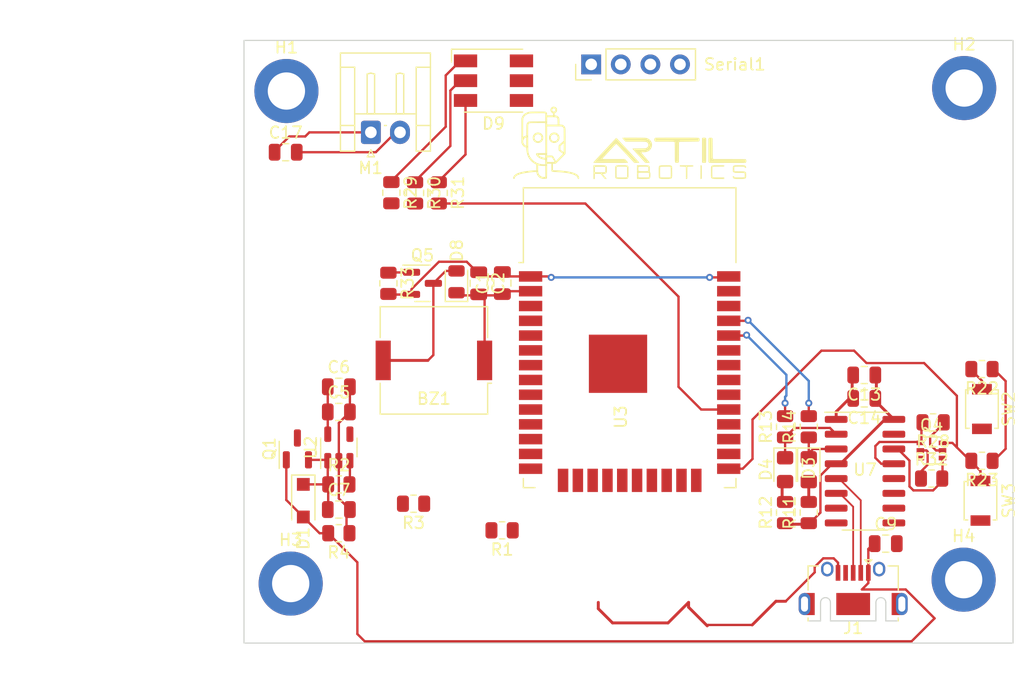
<source format=kicad_pcb>
(kicad_pcb (version 20211014) (generator pcbnew)
  (layers (0 "F.Cu" signal "Top") (31 "B.Cu" signal "Bottom") (34 "B.Paste" user) (35 "F.Paste" user) (36 "B.SilkS" user "B.Silkscreen") (37 "F.SilkS" user "F.Silkscreen") (38 "B.Mask" user) (39 "F.Mask" user) (44 "Edge.Cuts" user))
  (net 0 "")
  (net 1 "GND")
  (net 2 "+3V3")
  (net 3 "Net-(BZ1-Pad2)")
  (net 4 "+BATT")
  (net 5 "VBUS")
  (net 6 "/A01")
  (net 7 "/A02")
  (net 8 "Net-(D3-Pad1)")
  (net 9 "Net-(D3-Pad2)")
  (net 10 "Net-(D4-Pad1)")
  (net 11 "Net-(D4-Pad2)")
  (net 12 "/IO1")
  (net 13 "/IO2")
  (net 14 "/IO3")
  (net 15 "Net-(D9-Pad1)")
  (net 16 "Net-(D9-Pad2)")
  (net 17 "Net-(D9-Pad3)")
  (net 18 "/D+")
  (net 19 "/D-")
  (net 20 "RTS")
  (net 21 "Net-(Q4-Pad2)")
  (net 22 "Boot")
  (net 23 "DTR")
  (net 24 "Net-(Q4-Pad5)")
  (net 25 "EN")
  (net 26 "/Buzzer")
  (net 27 "/BM")
  (net 28 "Net-(R2-Pad2)")
  (net 29 "/SCL")
  (net 30 "/SDA")
  (net 31 "TXD")
  (net 32 "RXD")
  (net 33 "/Reset")
  (net 34 "/R_led")
  (net 35 "/G_led")
  (net 36 "/B_led")
  (net 40 "Net-(J1-PadA5)")
  (net 47 "Net-(J1-PadB5)")
  (net 49 "/PWM_IN2A")
  (net 50 "/PWM_IN1B")
  (net 51 "/PWM_IN2B")
  (net 52 "/PWM_IN1A")
  (net 60 "TX2")
  (net 61 "RX2")
  (net 62 "/Left")
  (net 63 "/Front")
  (net 64 "/Back")
  (net 65 "+5V")
  (net 66 "Net-(C7-Pad1)")
  (net 68 "Net-(J1-Pad6)")
  (net 69 "/Right")
  (net 70 "/Start")
  (footprint "Package_SO:SOIC-16_3.9x9.9mm_P1.27mm" (layer "F.Cu") (at 125.73 137.287)
    (fp_text reference "U7" (at 0 -0.127) (layer "F.SilkS"))
    (fp_text value "CH340C")
    (pad "1" smd roundrect (at -2.475 -4.445) (size 1.95 0.6) (layers "F.Cu" "F.Paste" "F.Mask") (net 1 "GND"))
    (pad "2" smd roundrect (at -2.475 -3.175) (size 1.95 0.6) (layers "F.Cu" "F.Paste" "F.Mask") (net 10 "Net-(D4-Pad1)"))
    (pad "3" smd roundrect (at -2.475 -1.905) (size 1.95 0.6) (layers "F.Cu" "F.Paste" "F.Mask") (net 8 "Net-(D3-Pad1)"))
    (pad "4" smd roundrect (at -2.475 -0.635) (size 1.95 0.6) (layers "F.Cu" "F.Paste" "F.Mask") (net 2 "+3V3"))
    (pad "5" smd roundrect (at -2.475 0.635) (size 1.95 0.6) (layers "F.Cu" "F.Paste" "F.Mask") (net 18 "/D+"))
    (pad "6" smd roundrect (at -2.475 1.905) (size 1.95 0.6) (layers "F.Cu" "F.Paste" "F.Mask") (net 19 "/D-"))
    (pad "7" smd roundrect (at -2.475 3.175) (size 1.95 0.6) (layers "F.Cu" "F.Paste" "F.Mask"))
    (pad "8" smd roundrect (at -2.475 4.445) (size 1.95 0.6) (layers "F.Cu" "F.Paste" "F.Mask"))
    (pad "9" smd roundrect (at 2.475 4.445) (size 1.95 0.6) (layers "F.Cu" "F.Paste" "F.Mask"))
    (pad "10" smd roundrect (at 2.475 3.175) (size 1.95 0.6) (layers "F.Cu" "F.Paste" "F.Mask"))
    (pad "11" smd roundrect (at 2.475 1.905) (size 1.95 0.6) (layers "F.Cu" "F.Paste" "F.Mask"))
    (pad "12" smd roundrect (at 2.475 0.635) (size 1.95 0.6) (layers "F.Cu" "F.Paste" "F.Mask"))
    (pad "13" smd roundrect (at 2.475 -0.635) (size 1.95 0.6) (layers "F.Cu" "F.Paste" "F.Mask") (net 23 "DTR"))
    (pad "14" smd roundrect (at 2.475 -1.905) (size 1.95 0.6) (layers "F.Cu" "F.Paste" "F.Mask") (net 20 "RTS"))
    (pad "15" smd roundrect (at 2.475 -3.175) (size 1.95 0.6) (layers "F.Cu" "F.Paste" "F.Mask"))
    (pad "16" smd roundrect (at 2.475 -4.445) (size 1.95 0.6) (layers "F.Cu" "F.Paste" "F.Mask") (net 2 "+3V3"))
  )
  (footprint "Capacitor_SMD:C_0805_2012Metric" (layer "F.Cu") (at 80.584 132.2015)
    (fp_text reference "C5" (at 0 -1.68) (layer "F.SilkS"))
    (fp_text value "1uF")
    (pad "1" smd roundrect (at -0.95 0) (size 1 1.45) (layers "F.Cu" "F.Paste" "F.Mask") (net 2 "+3V3"))
    (pad "2" smd roundrect (at 0.95 0) (size 1 1.45) (layers "F.Cu" "F.Paste" "F.Mask") (net 1 "GND"))
  )
  (footprint "LED_SMD:LED_0805_2012Metric_Pad1.15x1.40mm_HandSolder" (layer "F.Cu") (at 118.872 137.16 -90)
    (fp_text reference "D4" (at -0.009 1.651 90) (layer "F.SilkS"))
    (fp_text value "LED")
    (pad "1" smd roundrect (at -1.025 0 270) (size 1.15 1.4) (layers "F.Cu" "F.Paste" "F.Mask") (roundrect_rratio 0.217391) (net 10 "Net-(D4-Pad1)"))
    (pad "2" smd roundrect (at 1.025 0 270) (size 1.15 1.4) (layers "F.Cu" "F.Paste" "F.Mask") (roundrect_rratio 0.217391) (net 11 "Net-(D4-Pad2)"))
  )
  (footprint "Resistor_SMD:R_0805_2012Metric" (layer "F.Cu") (at 80.584 138.4245)
    (fp_text reference "R2" (at 0 -1.65) (layer "F.SilkS"))
    (fp_text value "10K")
    (pad "1" smd roundrect (at -0.9125 0) (size 1.025 1.4) (layers "F.Cu" "F.Paste" "F.Mask") (roundrect_rratio 0.243902) (net 66 "Net-(C7-Pad1)"))
    (pad "2" smd roundrect (at 0.9125 0) (size 1.025 1.4) (layers "F.Cu" "F.Paste" "F.Mask") (roundrect_rratio 0.243902) (net 28 "Net-(R2-Pad2)"))
  )
  (footprint "Capacitor_SMD:C_0805_2012Metric" (layer "F.Cu") (at 80.584 130.0425)
    (fp_text reference "C6" (at 0 -1.68) (layer "F.SilkS"))
    (fp_text value "10uF")
    (pad "1" smd roundrect (at -0.95 0) (size 1 1.45) (layers "F.Cu" "F.Paste" "F.Mask") (net 2 "+3V3"))
    (pad "2" smd roundrect (at 0.95 0) (size 1 1.45) (layers "F.Cu" "F.Paste" "F.Mask") (net 1 "GND"))
  )
  (footprint "Resistor_SMD:R_0805_2012Metric" (layer "F.Cu") (at 80.584 142.6155 180)
    (fp_text reference "R4" (at 0 -1.65) (layer "F.SilkS"))
    (fp_text value "100K")
    (pad "1" smd roundrect (at -0.9125 0 180) (size 1.025 1.4) (layers "F.Cu" "F.Paste" "F.Mask") (roundrect_rratio 0.243902) (net 1 "GND"))
    (pad "2" smd roundrect (at 0.9125 0 180) (size 1.025 1.4) (layers "F.Cu" "F.Paste" "F.Mask") (roundrect_rratio 0.243902) (net 5 "VBUS"))
  )
  (footprint "MountingHole:MountingHole_3.2mm_M3_ISO14580_Pad_TopBottom" (layer "F.Cu") (at 134.192944 146.604056)
    (fp_text reference "H4" (at 0 -3.75) (layer "F.SilkS"))
    (fp_text value "MountingHole")
    (pad "1" connect circle (at 0 0) (size 5.5 5.5) (layers "B.Cu" "B.Mask"))
    (pad "1" connect circle (at 0 0) (size 5.5 5.5) (layers "F.Cu" "F.Mask"))
    (pad "1" thru_hole circle (at 0 0) (size 3.6 3.6) (drill 3.2) (layers *.Cu *.Mask))
  )
  (footprint "Resistor_SMD:R_0805_2012Metric" (layer "F.Cu") (at 89.154 113.395 -90)
    (fp_text reference "R31" (at 0 -1.65 -90) (layer "F.SilkS"))
    (fp_text value "1K")
    (pad "1" smd roundrect (at -0.9125 0 270) (size 1.025 1.4) (layers "F.Cu" "F.Paste" "F.Mask") (roundrect_rratio 0.243902) (net 17 "Net-(D9-Pad3)"))
    (pad "2" smd roundrect (at 0.9125 0 270) (size 1.025 1.4) (layers "F.Cu" "F.Paste" "F.Mask") (roundrect_rratio 0.243902) (net 36 "/B_led"))
  )
  (footprint "Package_TO_SOT_SMD:SOT-23" (layer "F.Cu") (at 77.028 135.3765 90)
    (fp_text reference "Q1" (at 0 -2.4 90) (layer "F.SilkS"))
    (fp_text value "DMG2301L")
    (pad "1" smd roundrect (at -0.9375 -0.95 90) (size 1.475 0.6) (layers "F.Cu" "F.Paste" "F.Mask") (net 5 "VBUS"))
    (pad "2" smd roundrect (at -0.9375 0.95 90) (size 1.475 0.6) (layers "F.Cu" "F.Paste" "F.Mask") (net 66 "Net-(C7-Pad1)"))
    (pad "3" smd roundrect (at 0.9375 0 90) (size 1.475 0.6) (layers "F.Cu" "F.Paste" "F.Mask") (net 4 "+BATT"))
  )
  (footprint "Capacitor_SMD:C_0805_2012Metric" (layer "F.Cu") (at 125.665 131.039283 180)
    (fp_text reference "C14" (at 0 -1.68 180) (layer "F.SilkS"))
    (fp_text value "10nF")
    (pad "1" smd roundrect (at -0.95 0 180) (size 1 1.45) (layers "F.Cu" "F.Paste" "F.Mask") (net 2 "+3V3"))
    (pad "2" smd roundrect (at 0.95 0 180) (size 1 1.45) (layers "F.Cu" "F.Paste" "F.Mask") (net 1 "GND"))
  )
  (footprint "Resistor_SMD:R_0805_2012Metric" (layer "F.Cu") (at 87.122 113.395 -90)
    (fp_text reference "R30" (at 0 -1.65 -90) (layer "F.SilkS"))
    (fp_text value "1K")
    (pad "1" smd roundrect (at -0.9125 0 270) (size 1.025 1.4) (layers "F.Cu" "F.Paste" "F.Mask") (roundrect_rratio 0.243902) (net 16 "Net-(D9-Pad2)"))
    (pad "2" smd roundrect (at 0.9125 0 270) (size 1.025 1.4) (layers "F.Cu" "F.Paste" "F.Mask") (roundrect_rratio 0.243902) (net 35 "/G_led"))
  )
  (footprint "Capacitor_SMD:C_0805_2012Metric" (layer "F.Cu") (at 125.665 129.032 180)
    (fp_text reference "C13" (at 0 -1.68 180) (layer "F.SilkS"))
    (fp_text value "10uF")
    (pad "1" smd roundrect (at -0.95 0 180) (size 1 1.45) (layers "F.Cu" "F.Paste" "F.Mask") (net 2 "+3V3"))
    (pad "2" smd roundrect (at 0.95 0 180) (size 1 1.45) (layers "F.Cu" "F.Paste" "F.Mask") (net 1 "GND"))
  )
  (footprint "Resistor_SMD:R_0805_2012Metric" (layer "F.Cu") (at 85.09 113.379 -90)
    (fp_text reference "R29" (at 0 -1.65 -90) (layer "F.SilkS"))
    (fp_text value "1K")
    (pad "1" smd roundrect (at -0.9125 0 270) (size 1.025 1.4) (layers "F.Cu" "F.Paste" "F.Mask") (roundrect_rratio 0.243902) (net 15 "Net-(D9-Pad1)"))
    (pad "2" smd roundrect (at 0.9125 0 270) (size 1.025 1.4) (layers "F.Cu" "F.Paste" "F.Mask") (roundrect_rratio 0.243902) (net 34 "/R_led"))
  )
  (footprint "Resistor_SMD:R_0805_2012Metric" (layer "F.Cu") (at 118.872 133.477 90)
    (fp_text reference "R13" (at 0 -1.65 90) (layer "F.SilkS"))
    (fp_text value "100")
    (pad "1" smd roundrect (at -0.9125 0 90) (size 1.025 1.4) (layers "F.Cu" "F.Paste" "F.Mask") (roundrect_rratio 0.243902) (net 10 "Net-(D4-Pad1)"))
    (pad "2" smd roundrect (at 0.9125 0 90) (size 1.025 1.4) (layers "F.Cu" "F.Paste" "F.Mask") (roundrect_rratio 0.243902) (net 31 "TXD"))
  )
  (footprint "Resistor_SMD:R_0805_2012Metric" (layer "F.Cu") (at 120.904 133.477 90)
    (fp_text reference "R14" (at 0 -1.65 90) (layer "F.SilkS"))
    (fp_text value "100")
    (pad "1" smd roundrect (at -0.9125 0 90) (size 1.025 1.4) (layers "F.Cu" "F.Paste" "F.Mask") (roundrect_rratio 0.243902) (net 8 "Net-(D3-Pad1)"))
    (pad "2" smd roundrect (at 0.9125 0 90) (size 1.025 1.4) (layers "F.Cu" "F.Paste" "F.Mask") (roundrect_rratio 0.243902) (net 32 "RXD"))
  )
  (footprint "MountingHole:MountingHole_3.2mm_M3_ISO14580_Pad_TopBottom" (layer "F.Cu") (at 76.086 104.648)
    (fp_text reference "H1" (at 0 -3.75) (layer "F.SilkS"))
    (fp_text value "MountingHole")
    (pad "1" connect circle (at 0 0) (size 5.5 5.5) (layers "B.Cu" "B.Mask"))
    (pad "1" thru_hole circle (at 0 0) (size 3.6 3.6) (drill 3.2) (layers *.Cu *.Mask))
    (pad "1" connect circle (at 0 0) (size 5.5 5.5) (layers "F.Cu" "F.Mask"))
  )
  (footprint "Resistor_SMD:R_0805_2012Metric" (layer "F.Cu") (at 135.763 128.524 180)
    (fp_text reference "R22" (at 0 -1.65 180) (layer "F.SilkS"))
    (fp_text value "10K")
    (pad "1" smd roundrect (at -0.9125 0 180) (size 1.025 1.4) (layers "F.Cu" "F.Paste" "F.Mask") (roundrect_rratio 0.243902) (net 2 "+3V3"))
    (pad "2" smd roundrect (at 0.9125 0 180) (size 1.025 1.4) (layers "F.Cu" "F.Paste" "F.Mask") (roundrect_rratio 0.243902) (net 33 "/Reset"))
  )
  (footprint "MountingHole:MountingHole_3.2mm_M3_ISO14580_Pad_TopBottom" (layer "F.Cu") (at 76.454 146.939)
    (fp_text reference "H3" (at 0 -3.75) (layer "F.SilkS"))
    (fp_text value "MountingHole")
    (pad "1" thru_hole circle (at 0 0) (size 3.6 3.6) (drill 3.2) (layers *.Cu *.Mask))
    (pad "1" connect circle (at 0 0) (size 5.5 5.5) (layers "F.Cu" "F.Mask"))
    (pad "1" connect circle (at 0 0) (size 5.5 5.5) (layers "B.Cu" "B.Mask"))
  )
  (footprint "Resistor_SMD:R_0805_2012Metric" (layer "F.Cu") (at 135.763 136.398 180)
    (fp_text reference "R23" (at 0 -1.65 180) (layer "F.SilkS"))
    (fp_text value "10K")
    (pad "1" smd roundrect (at -0.9125 0 180) (size 1.025 1.4) (layers "F.Cu" "F.Paste" "F.Mask") (roundrect_rratio 0.243902) (net 2 "+3V3"))
    (pad "2" smd roundrect (at 0.9125 0 180) (size 1.025 1.4) (layers "F.Cu" "F.Paste" "F.Mask") (roundrect_rratio 0.243902) (net 22 "Boot"))
  )
  (footprint "LED_SMD:LED_0805_2012Metric_Pad1.15x1.40mm_HandSolder" (layer "F.Cu") (at 120.904 137.16 -90)
    (fp_text reference "D3" (at -0.127 0 90) (layer "F.SilkS"))
    (fp_text value "LED")
    (pad "1" smd roundrect (at -1.025 0 270) (size 1.15 1.4) (layers "F.Cu" "F.Paste" "F.Mask") (roundrect_rratio 0.217391) (net 8 "Net-(D3-Pad1)"))
    (pad "2" smd roundrect (at 1.025 0 270) (size 1.15 1.4) (layers "F.Cu" "F.Paste" "F.Mask") (roundrect_rratio 0.217391) (net 9 "Net-(D3-Pad2)"))
  )
  (footprint "LED_SMD:LED_RGB_5050-6" (layer "F.Cu") (at 93.853 103.759)
    (fp_text reference "D9" (at 0 3.683) (layer "F.SilkS"))
    (fp_text value "LED_RGBK")
    (pad "1" smd rect (at -2.4 -1.7 90) (size 1.1 2) (layers "F.Cu" "F.Paste" "F.Mask") (net 15 "Net-(D9-Pad1)"))
    (pad "2" smd rect (at -2.4 0 90) (size 1.1 2) (layers "F.Cu" "F.Paste" "F.Mask") (net 16 "Net-(D9-Pad2)"))
    (pad "3" smd rect (at -2.4 1.7 90) (size 1.1 2) (layers "F.Cu" "F.Paste" "F.Mask") (net 17 "Net-(D9-Pad3)"))
    (pad "4" smd rect (at 2.4 1.7 90) (size 1.1 2) (layers "F.Cu" "F.Paste" "F.Mask") (net 1 "GND"))
    (pad "5" smd rect (at 2.4 0 90) (size 1.1 2) (layers "F.Cu" "F.Paste" "F.Mask"))
    (pad "6" smd rect (at 2.4 -1.7 90) (size 1.1 2) (layers "F.Cu" "F.Paste" "F.Mask"))
  )
  (footprint "MountingHole:MountingHole_3.2mm_M3_ISO14580_Pad_TopBottom" (layer "F.Cu") (at 134.239 104.394)
    (fp_text reference "H2" (at 0 -3.75) (layer "F.SilkS"))
    (fp_text value "MountingHole")
    (pad "1" connect circle (at 0 0) (size 5.5 5.5) (layers "F.Cu" "F.Mask"))
    (pad "1" thru_hole circle (at 0 0) (size 3.6 3.6) (drill 3.2) (layers *.Cu *.Mask))
    (pad "1" connect circle (at 0 0) (size 5.5 5.5) (layers "B.Cu" "B.Mask"))
  )
  (footprint "Connector_JST:JST_EH_S2B-EH_1x02_P2.50mm_Horizontal" (layer "F.Cu") (at 83.332 108.1965)
    (fp_text reference "M1" (at -0.02 3.0555) (layer "F.SilkS"))
    (fp_text value "Left")
    (pad "1" thru_hole roundrect (at 0 0) (size 1.7 2) (drill 1) (layers *.Cu *.Mask) (roundrect_rratio 0.147059) (net 7 "/A02"))
    (pad "2" thru_hole oval (at 2.5 0) (size 1.7 2) (drill 1) (layers *.Cu *.Mask) (net 6 "/A01"))
  )
  (footprint "Package_TO_SOT_SMD:SOT-23" (layer "F.Cu") (at 87.757 121.158)
    (fp_text reference "Q5" (at 0 -2.4) (layer "F.SilkS"))
    (fp_text value "DMG3406L")
    (pad "1" smd roundrect (at -0.9375 -0.95) (size 1.475 0.6) (layers "F.Cu" "F.Paste" "F.Mask") (net 26 "/Buzzer"))
    (pad "2" smd roundrect (at -0.9375 0.95) (size 1.475 0.6) (layers "F.Cu" "F.Paste" "F.Mask") (net 1 "GND"))
    (pad "3" smd roundrect (at 0.9375 0) (size 1.475 0.6) (layers "F.Cu" "F.Paste" "F.Mask") (net 3 "Net-(BZ1-Pad2)"))
  )
  (footprint "Capacitor_SMD:C_0805_2012Metric" (layer "F.Cu") (at 80.584 140.5835)
    (fp_text reference "C7" (at 0 -1.68) (layer "F.SilkS"))
    (fp_text value "10uF")
    (pad "1" smd roundrect (at -0.95 0) (size 1 1.45) (layers "F.Cu" "F.Paste" "F.Mask") (net 66 "Net-(C7-Pad1)"))
    (pad "2" smd roundrect (at 0.95 0) (size 1 1.45) (layers "F.Cu" "F.Paste" "F.Mask") (net 1 "GND"))
  )
  (footprint "LOGO" (layer "F.Cu") (at 105.537 109.093)
    (fp_text reference "G***" hide)
    (fp_text value "LOGO" hide)
  )
  (footprint "Resistor_SMD:R_0805_2012Metric" (layer "F.Cu") (at 84.836 121.158 -90)
    (fp_text reference "R33" (at 0 -1.65 -90) (layer "F.SilkS"))
    (fp_text value "100K")
    (pad "1" smd roundrect (at -0.9125 0 270) (size 1.025 1.4) (layers "F.Cu" "F.Paste" "F.Mask") (roundrect_rratio 0.243902) (net 26 "/Buzzer"))
    (pad "2" smd roundrect (at 0.9125 0 270) (size 1.025 1.4) (layers "F.Cu" "F.Paste" "F.Mask") (roundrect_rratio 0.243902) (net 1 "GND"))
  )
  (footprint "Resistor_SMD:R_0805_2012Metric" (layer "F.Cu") (at 120.904 140.843 90)
    (fp_text reference "R11" (at 0 -1.65 90) (layer "F.SilkS"))
    (fp_text value "1K")
    (pad "1" smd roundrect (at -0.9125 0 90) (size 1.025 1.4) (layers "F.Cu" "F.Paste" "F.Mask") (roundrect_rratio 0.243902) (net 2 "+3V3"))
    (pad "2" smd roundrect (at 0.9125 0 90) (size 1.025 1.4) (layers "F.Cu" "F.Paste" "F.Mask") (roundrect_rratio 0.243902) (net 9 "Net-(D3-Pad2)"))
  )
  (footprint "Capacitor_SMD:C_0805_2012Metric" (layer "F.Cu") (at 94.615 121.1365 90)
    (fp_text reference "C1" (at 0 -1.68 90) (layer "F.SilkS"))
    (fp_text value "10uF")
    (pad "1" smd roundrect (at -0.95 0 90) (size 1 1.45) (layers "F.Cu" "F.Paste" "F.Mask") (net 2 "+3V3"))
    (pad "2" smd roundrect (at 0.95 0 90) (size 1 1.45) (layers "F.Cu" "F.Paste" "F.Mask") (net 1 "GND"))
  )
  (footprint "Resistor_SMD:R_0805_2012Metric" (layer "F.Cu") (at 86.995 140.081 180)
    (fp_text reference "R3" (at 0 -1.65) (layer "F.SilkS"))
    (fp_text value "5.1K")
    (pad "1" smd roundrect (at -0.9125 0 180) (size 1.025 1.4) (layers "F.Cu" "F.Paste" "F.Mask") (roundrect_rratio 0.243902) (net 47 "Net-(J1-PadB5)"))
    (pad "2" smd roundrect (at 0.9125 0 180) (size 1.025 1.4) (layers "F.Cu" "F.Paste" "F.Mask") (roundrect_rratio 0.243902) (net 1 "GND"))
  )
  (footprint "Connector_PinHeader_2.54mm:PinHeader_1x04_P2.54mm_Vertical" (layer "F.Cu") (at 102.235 102.362 90)
    (fp_text reference "Serial1" (at 0 12.319 180) (layer "F.SilkS"))
    (fp_text value "5V RX TX GND")
    (pad "1" thru_hole rect (at 0 0 90) (size 1.7 1.7) (drill 1) (layers *.Cu *.Mask) (net 65 "+5V"))
    (pad "2" thru_hole oval (at 0 2.54 90) (size 1.7 1.7) (drill 1) (layers *.Cu *.Mask) (net 61 "RX2"))
    (pad "3" thru_hole oval (at 0 5.08 90) (size 1.7 1.7) (drill 1) (layers *.Cu *.Mask) (net 60 "TX2"))
    (pad "4" thru_hole oval (at 0 7.62 90) (size 1.7 1.7) (drill 1) (layers *.Cu *.Mask) (net 1 "GND"))
  )
  (footprint "Diode_SMD:D_SOD-123F" (layer "F.Cu") (at 77.536 139.8215 -90)
    (fp_text reference "D1" (at 3.241 -0.0025 -270) (layer "F.SilkS"))
    (fp_text value "MBR1020VL")
    (pad "1" smd rect (at -1.4 0 270) (size 1.1 1.1) (layers "F.Cu" "F.Paste" "F.Mask") (net 66 "Net-(C7-Pad1)"))
    (pad "2" smd rect (at 1.4 0 270) (size 1.1 1.1) (layers "F.Cu" "F.Paste" "F.Mask") (net 5 "VBUS"))
  )
  (footprint "Resistor_SMD:R_0805_2012Metric" (layer "F.Cu") (at 131.445 137.922)
    (fp_text reference "R32" (at 0 -1.65) (layer "F.SilkS"))
    (fp_text value "1K")
    (pad "1" smd roundrect (at -0.9125 0) (size 1.025 1.4) (layers "F.Cu" "F.Paste" "F.Mask") (roundrect_rratio 0.243902) (net 24 "Net-(Q4-Pad5)"))
    (pad "2" smd roundrect (at 0.9125 0) (size 1.025 1.4) (layers "F.Cu" "F.Paste" "F.Mask") (roundrect_rratio 0.243902) (net 20 "RTS"))
  )
  (footprint "Resistor_SMD:R_0805_2012Metric" (layer "F.Cu") (at 94.5915 142.367 180)
    (fp_text reference "R1" (at 0 -1.65 180) (layer "F.SilkS"))
    (fp_text value "5.1K")
    (pad "1" smd roundrect (at -0.9125 0 180) (size 1.025 1.4) (layers "F.Cu" "F.Paste" "F.Mask") (roundrect_rratio 0.243902) (net 40 "Net-(J1-PadA5)"))
    (pad "2" smd roundrect (at 0.9125 0 180) (size 1.025 1.4) (layers "F.Cu" "F.Paste" "F.Mask") (roundrect_rratio 0.243902) (net 1 "GND"))
  )
  (footprint "Resistor_SMD:R_0805_2012Metric" (layer "F.Cu") (at 118.872 140.843 90)
    (fp_text reference "R12" (at 0 -1.65 90) (layer "F.SilkS"))
    (fp_text value "1K")
    (pad "1" smd roundrect (at -0.9125 0 90) (size 1.025 1.4) (layers "F.Cu" "F.Paste" "F.Mask") (roundrect_rratio 0.243902) (net 2 "+3V3"))
    (pad "2" smd roundrect (at 0.9125 0 90) (size 1.025 1.4) (layers "F.Cu" "F.Paste" "F.Mask") (roundrect_rratio 0.243902) (net 11 "Net-(D4-Pad2)"))
  )
  (footprint "Capacitor_SMD:C_0805_2012Metric" (layer "F.Cu") (at 127.508 143.51)
    (fp_text reference "C9" (at 0 -1.68) (layer "F.SilkS"))
    (fp_text value "10uF")
    (pad "1" smd roundrect (at -0.95 0) (size 1 1.45) (layers "F.Cu" "F.Paste" "F.Mask") (net 5 "VBUS"))
    (pad "2" smd roundrect (at 0.95 0) (size 1 1.45) (layers "F.Cu" "F.Paste" "F.Mask") (net 1 "GND"))
  )
  (footprint "Capacitor_SMD:C_0805_2012Metric" (layer "F.Cu") (at 76.023 109.901)
    (fp_text reference "C17" (at 0 -1.68) (layer "F.SilkS"))
    (fp_text value "3.3nF")
    (pad "1" smd roundrect (at -0.95 0) (size 1 1.45) (layers "F.Cu" "F.Paste" "F.Mask") (net 7 "/A02"))
    (pad "2" smd roundrect (at 0.95 0) (size 1 1.45) (layers "F.Cu" "F.Paste" "F.Mask") (net 6 "/A01"))
  )
  (footprint "RF_Module:ESP32-WROOM-32" (layer "F.Cu") (at 105.537 128.821)
    (fp_text reference "U3" (at -0.762 3.817 90) (layer "F.SilkS"))
    (fp_text value "ESP32-WROOM-32")
    (pad "1" smd rect (at -8.5 -8.255) (size 2 0.9) (layers "F.Cu" "F.Paste" "F.Mask") (net 1 "GND"))
    (pad "2" smd rect (at -8.5 -6.985) (size 2 0.9) (layers "F.Cu" "F.Paste" "F.Mask") (net 2 "+3V3"))
    (pad "3" smd rect (at -8.5 -5.715) (size 2 0.9) (layers "F.Cu" "F.Paste" "F.Mask") (net 25 "EN"))
    (pad "4" smd rect (at -8.5 -4.445) (size 2 0.9) (layers "F.Cu" "F.Paste" "F.Mask"))
    (pad "5" smd rect (at -8.5 -3.175) (size 2 0.9) (layers "F.Cu" "F.Paste" "F.Mask"))
    (pad "6" smd rect (at -8.5 -1.905) (size 2 0.9) (layers "F.Cu" "F.Paste" "F.Mask") (net 14 "/IO3"))
    (pad "7" smd rect (at -8.5 -0.635) (size 2 0.9) (layers "F.Cu" "F.Paste" "F.Mask") (net 27 "/BM"))
    (pad "8" smd rect (at -8.5 0.635) (size 2 0.9) (layers "F.Cu" "F.Paste" "F.Mask") (net 12 "/IO1"))
    (pad "9" smd rect (at -8.5 1.905) (size 2 0.9) (layers "F.Cu" "F.Paste" "F.Mask") (net 13 "/IO2"))
    (pad "10" smd rect (at -8.5 3.175) (size 2 0.9) (layers "F.Cu" "F.Paste" "F.Mask") (net 52 "/PWM_IN1A"))
    (pad "11" smd rect (at -8.5 4.445) (size 2 0.9) (layers "F.Cu" "F.Paste" "F.Mask") (net 49 "/PWM_IN2A"))
    (pad "12" smd rect (at -8.5 5.715) (size 2 0.9) (layers "F.Cu" "F.Paste" "F.Mask") (net 34 "/R_led"))
    (pad "13" smd rect (at -8.5 6.985) (size 2 0.9) (layers "F.Cu" "F.Paste" "F.Mask") (net 62 "/Left"))
    (pad "14" smd rect (at -8.5 8.255) (size 2 0.9) (layers "F.Cu" "F.Paste" "F.Mask") (net 63 "/Front"))
    (pad "15" smd rect (at -5.715 9.255 90) (size 2 0.9) (layers "F.Cu" "F.Paste" "F.Mask") (net 1 "GND"))
    (pad "16" smd rect (at -4.445 9.255 90) (size 2 0.9) (layers "F.Cu" "F.Paste" "F.Mask") (net 64 "/Back"))
    (pad "17" smd rect (at -3.175 9.255 90) (size 2 0.9) (layers "F.Cu" "F.Paste" "F.Mask"))
    (pad "18" smd rect (at -1.905 9.255 90) (size 2 0.9) (layers "F.Cu" "F.Paste" "F.Mask"))
    (pad "19" smd rect (at -0.635 9.255 90) (size 2 0.9) (layers "F.Cu" "F.Paste" "F.Mask"))
    (pad "20" smd rect (at 0.635 9.255 90) (size 2 0.9) (layers "F.Cu" "F.Paste" "F.Mask"))
    (pad "21" smd rect (at 1.905 9.255 90) (size 2 0.9) (layers "F.Cu" "F.Paste" "F.Mask"))
    (pad "22" smd rect (at 3.175 9.255 90) (size 2 0.9) (layers "F.Cu" "F.Paste" "F.Mask"))
    (pad "23" smd rect (at 4.445 9.255 90) (size 2 0.9) (layers "F.Cu" "F.Paste" "F.Mask") (net 69 "/Right"))
    (pad "24" smd rect (at 5.715 9.255 90) (size 2 0.9) (layers "F.Cu" "F.Paste" "F.Mask") (net 35 "/G_led"))
    (pad "25" smd rect (at 8.5 8.255) (size 2 0.9) (layers "F.Cu" "F.Paste" "F.Mask") (net 22 "Boot"))
    (pad "26" smd rect (at 8.5 6.985) (size 2 0.9) (layers "F.Cu" "F.Paste" "F.Mask") (net 70 "/Start"))
    (pad "27" smd rect (at 8.5 5.715) (size 2 0.9) (layers "F.Cu" "F.Paste" "F.Mask") (net 61 "RX2"))
    (pad "28" smd rect (at 8.5 4.445) (size 2 0.9) (layers "F.Cu" "F.Paste" "F.Mask") (net 60 "TX2"))
    (pad "29" smd rect (at 8.5 3.175) (size 2 0.9) (layers "F.Cu" "F.Paste" "F.Mask") (net 36 "/B_led"))
    (pad "30" smd rect (at 8.5 1.905) (size 2 0.9) (layers "F.Cu" "F.Paste" "F.Mask") (net 50 "/PWM_IN1B"))
    (pad "31" smd rect (at 8.5 0.635) (size 2 0.9) (layers "F.Cu" "F.Paste" "F.Mask") (net 51 "/PWM_IN2B"))
    (pad "32" smd rect (at 8.5 -0.635) (size 2 0.9) (layers "F.Cu" "F.Paste" "F.Mask"))
    (pad "33" smd rect (at 8.5 -1.905) (size 2 0.9) (layers "F.Cu" "F.Paste" "F.Mask") (net 30 "/SDA"))
    (pad "34" smd rect (at 8.5 -3.175) (size 2 0.9) (layers "F.Cu" "F.Paste" "F.Mask") (net 31 "TXD"))
    (pad "35" smd rect (at 8.5 -4.445) (size 2 0.9) (layers "F.Cu" "F.Paste" "F.Mask") (net 32 "RXD"))
    (pad "36" smd rect (at 8.5 -5.715) (size 2 0.9) (layers "F.Cu" "F.Paste" "F.Mask") (net 29 "/SCL"))
    (pad "37" smd rect (at 8.5 -6.985) (size 2 0.9) (layers "F.Cu" "F.Paste" "F.Mask") (net 26 "/Buzzer"))
    (pad "38" smd rect (at 8.5 -8.255) (size 2 0.9) (layers "F.Cu" "F.Paste" "F.Mask") (net 1 "GND"))
    (pad "39" smd rect (at -1 -0.755) (size 5 5) (layers "F.Cu" "F.Paste" "F.Mask") (net 1 "GND"))
  )
  (footprint "Diode_SMD:D_0805_2012Metric" (layer "F.Cu") (at 90.678 121.031 90)
    (fp_text reference "D8" (at 2.683069 0.032 90) (layer "F.SilkS"))
    (fp_text value "1N4151")
    (pad "1" smd roundrect (at -0.9375 0 90) (size 0.975 1.4) (layers "F.Cu" "F.Paste" "F.Mask") (net 2 "+3V3"))
    (pad "2" smd roundrect (at 0.9375 0 90) (size 0.975 1.4) (layers "F.Cu" "F.Paste" "F.Mask") (net 3 "Net-(BZ1-Pad2)"))
  )
  (footprint "Package_TO_SOT_SMD:SOT-23-5" (layer "F.Cu") (at 80.584 135.2495 90)
    (fp_text reference "U2" (at 0 -2.4 90) (layer "F.SilkS"))
    (fp_text value "AP2112K-3.3")
    (pad "1" smd roundrect (at -1.1375 -0.95 90) (size 1.325 0.6) (layers "F.Cu" "F.Paste" "F.Mask") (net 66 "Net-(C7-Pad1)"))
    (pad "2" smd roundrect (at -1.1375 0 90) (size 1.325 0.6) (layers "F.Cu" "F.Paste" "F.Mask") (net 1 "GND"))
    (pad "3" smd roundrect (at -1.1375 0.95 90) (size 1.325 0.6) (layers "F.Cu" "F.Paste" "F.Mask") (net 28 "Net-(R2-Pad2)"))
    (pad "4" smd roundrect (at 1.1375 0.95 90) (size 1.325 0.6) (layers "F.Cu" "F.Paste" "F.Mask"))
    (pad "5" smd roundrect (at 1.1375 -0.95 90) (size 1.325 0.6) (layers "F.Cu" "F.Paste" "F.Mask") (net 2 "+3V3"))
  )
  (footprint "Button_Switch_SMD:SW_SPST_B3U-1000P" (layer "F.Cu") (at 135.636 139.827 90)
    (fp_text reference "SW3" (at 0 2.413 90) (layer "F.SilkS"))
    (fp_text value "Boot")
    (pad "1" smd rect (at -1.7 0 90) (size 0.9 1.7) (layers "F.Cu" "F.Paste" "F.Mask") (net 1 "GND"))
    (pad "2" smd rect (at 1.7 0 90) (size 0.9 1.7) (layers "F.Cu" "F.Paste" "F.Mask") (net 22 "Boot"))
  )
  (footprint "Button_Switch_SMD:SW_SPST_B3U-1000P" (layer "F.Cu") (at 135.763 131.953 90)
    (fp_text reference "SW2" (at 0 2.286 90) (layer "F.SilkS"))
    (fp_text value "Reset")
    (pad "1" smd rect (at -1.7 0 90) (size 0.9 1.7) (layers "F.Cu" "F.Paste" "F.Mask") (net 1 "GND"))
    (pad "2" smd rect (at 1.7 0 90) (size 0.9 1.7) (layers "F.Cu" "F.Paste" "F.Mask") (net 33 "/Reset"))
  )
  (footprint "Buzzer_Beeper:Buzzer_Murata_PKMCS0909E" (layer "F.Cu") (at 88.741 127.778 180)
    (fp_text reference "BZ1" (at 0 -3.286) (layer "F.SilkS"))
    (fp_text value "Buzzer")
    (pad "1" smd rect (at -4.35 0 180) (size 1.3 3.4) (layers "F.Cu" "F.Paste" "F.Mask") (net 2 "+3V3"))
    (pad "2" smd rect (at 4.35 0 180) (size 1.3 3.4) (layers "F.Cu" "F.Paste" "F.Mask") (net 3 "Net-(BZ1-Pad2)"))
  )
  (footprint "Connector_USB:USB_Micro-AB_Molex_47590-0001" (layer "F.Cu") (at 124.714 148.695)
    (fp_text reference "J1" (at 0 2.054 -180) (layer "F.SilkS"))
    (fp_text value "USB_B_Micro")
    (fp_line (start 1.95 -0.125) (end 1.95 1.45) (layer "Edge.Cuts") (width 0.1))
    (fp_line (start 2.8 1.45) (end 3.75 1.45) (layer "Edge.Cuts") (width 0.1))
    (fp_line (start -1.95 1.45) (end 1.95 1.45) (layer "Edge.Cuts") (width 0.1))
    (fp_line (start -2.8 -0.125) (end -2.8 1.45) (layer "Edge.Cuts") (width 0.1))
    (fp_line (start 2.8 -0.125) (end 2.8 1.45) (layer "Edge.Cuts") (width 0.1))
    (fp_line (start -3.75 1.45) (end -2.8 1.45) (layer "Edge.Cuts") (width 0.1))
    (fp_line (start -1.95 -0.125) (end -1.95 1.45) (layer "Edge.Cuts") (width 0.1))
    (fp_arc (start -2.8 -0.125) (mid -2.375 -0.55) (end -1.95 -0.125) (layer "Edge.Cuts") (width 0.1))
    (fp_arc (start 1.95 -0.125) (mid 2.375 -0.55) (end 2.8 -0.125) (layer "Edge.Cuts") (width 0.1))
    (pad "1" smd rect (at 1.3 -2.675) (size 0.4 1.35) (layers "F.Cu" "F.Paste" "F.Mask") (net 5 "VBUS"))
    (pad "2" smd rect (at 0.65 -2.675) (size 0.4 1.35) (layers "F.Cu" "F.Paste" "F.Mask") (net 18 "/D+"))
    (pad "3" smd rect (at 0 -2.675) (size 0.4 1.35) (layers "F.Cu" "F.Paste" "F.Mask") (net 19 "/D-"))
    (pad "4" smd rect (at -0.65 -2.675) (size 0.4 1.35) (layers "F.Cu" "F.Paste" "F.Mask"))
    (pad "5" smd rect (at -1.3 -2.675) (size 0.4 1.35) (layers "F.Cu" "F.Paste" "F.Mask") (net 1 "GND"))
    (pad "6" thru_hole oval (at -4.175 0) (size 1 1.9) (drill oval 0.6 1.3) (layers *.Cu *.Mask) (net 68 "Net-(J1-Pad6)"))
    (pad "6" smd rect (at 3.7375 0) (size 0.875 1.9) (layers "F.Cu" "F.Mask") (net 68 "Net-(J1-Pad6)"))
    (pad "6" thru_hole oval (at 4.175 0) (size 1 1.9) (drill oval 0.6 1.3) (layers *.Cu *.Mask) (net 68 "Net-(J1-Pad6)"))
    (pad "6" smd rect (at -3.7375 0) (size 0.875 1.9) (layers "F.Cu" "F.Mask") (net 68 "Net-(J1-Pad6)"))
    (pad "6" smd rect (at 0 0) (size 2.9 1.9) (layers "F.Cu" "F.Paste" "F.Mask") (net 68 "Net-(J1-Pad6)"))
    (pad "6" thru_hole oval (at 2.225 -3) (size 1.05 1.25) (drill oval 0.65 0.85) (layers *.Cu *.Mask) (net 68 "Net-(J1-Pad6)"))
    (pad "6" thru_hole oval (at -2.225 -3) (size 1.05 1.25) (drill oval 0.65 0.85) (layers *.Cu *.Mask) (net 68 "Net-(J1-Pad6)"))
  )
  (footprint "Resistor_SMD:R_0805_2012Metric" (layer "F.Cu") (at 131.572 133.096 180)
    (fp_text reference "R28" (at 0 -1.65 180) (layer "F.SilkS"))
    (fp_text value "1K")
    (pad "1" smd roundrect (at -0.9125 0 180) (size 1.025 1.4) (layers "F.Cu" "F.Paste" "F.Mask") (roundrect_rratio 0.243902) (net 21 "Net-(Q4-Pad2)"))
    (pad "2" smd roundrect (at 0.9125 0 180) (size 1.025 1.4) (layers "F.Cu" "F.Paste" "F.Mask") (roundrect_rratio 0.243902) (net 23 "DTR"))
  )
  (footprint "Capacitor_SMD:C_0805_2012Metric" (layer "F.Cu") (at 92.583 121.158 -90)
    (fp_text reference "C2" (at 0 -1.68 -90) (layer "F.SilkS"))
    (fp_text value "0.1uF")
    (pad "1" smd roundrect (at -0.95 0 270) (size 1 1.45) (layers "F.Cu" "F.Paste" "F.Mask") (net 1 "GND"))
    (pad "2" smd roundrect (at 0.95 0 270) (size 1 1.45) (layers "F.Cu" "F.Paste" "F.Mask") (net 2 "+3V3"))
  )
  (footprint "Package_TO_SOT_SMD:SOT-363_SC-70-6" (layer "F.Cu") (at 131.429 135.509 180)
    (fp_text reference "Q4" (at -0.016 2.159) (layer "F.SilkS"))
    (fp_text value "MBT3904DW1")
    (pad "1" smd rect (at -0.95 -0.65 180) (size 0.65 0.4) (layers "F.Cu" "F.Paste" "F.Mask") (net 20 "RTS"))
    (pad "2" smd rect (at -0.95 0 180) (size 0.65 0.4) (layers "F.Cu" "F.Paste" "F.Mask") (net 21 "Net-(Q4-Pad2)"))
    (pad "3" smd rect (at -0.95 0.65 180) (size 0.65 0.4) (layers "F.Cu" "F.Paste" "F.Mask") (net 22 "Boot"))
    (pad "4" smd rect (at 0.95 0.65 180) (size 0.65 0.4) (layers "F.Cu" "F.Paste" "F.Mask") (net 23 "DTR"))
    (pad "5" smd rect (at 0.95 0 180) (size 0.65 0.4) (layers "F.Cu" "F.Paste" "F.Mask") (net 24 "Net-(Q4-Pad5)"))
    (pad "6" smd rect (at 0.95 -0.65 180) (size 0.65 0.4) (layers "F.Cu" "F.Paste" "F.Mask") (net 25 "EN"))
  )
  (gr_rect (start 72.446 100.302) (end 138.43 152.047) (layer "Edge.Cuts") (width 0.1) (fill none))
  (segment (start 123.255 132.842) (end 123.255 132.1825) (width 0.25) (layer "F.Cu") (net 1))
  (segment (start 110.5925 148.9675) (end 112.1945 150.5695) (width 0.25) (layer "F.Cu") (net 1))
  (segment (start 102.8455 148.5535) (end 102.8455 149.0945) (width 0.25) (layer "F.Cu") (net 1))
  (segment (start 116.0535 150.4905) (end 118.0855 148.4585) (width 0.25) (layer "F.Cu") (net 1))
  (segment (start 92.815506 120.566) (end 97.037 120.566) (width 0.2) (layer "F.Cu") (net 1))
  (segment (start 123.414 145.145) (end 123.414 146.02) (width 0.2) (layer "F.Cu") (net 1))
  (segment (start 121.412 145.972) (end 121.412 145.505953) (width 0.2) (layer "F.Cu") (net 1))
  (segment (start 81.2425 140.875) (end 81.2425 142.3615) (width 0.2) (layer "F.Cu") (net 1))
  (segment (start 80.584 139.6335) (end 81.534 140.5835) (width 0.2) (layer "F.Cu") (net 1))
  (segment (start 112.2735 150.4905) (end 112.1945 150.5695) (width 0.2) (layer "F.Cu") (net 1))
  (segment (start 102.8455 148.5535) (end 102.8455 148.9535) (width 0.2) (layer "F.Cu") (net 1))
  (segment (start 80.584 133.1515) (end 80.584 136.387) (width 0.2) (layer "F.Cu") (net 1))
  (segment (start 97.037 120.566) (end 98.722 120.566) (width 0.2) (layer "F.Cu") (net 1))
  (segment (start 123.03948 144.77048) (end 123.414 145.145) (width 0.2) (layer "F.Cu") (net 1))
  (segment (start 124.6275 130.81) (end 124.6275 128.778) (width 0.25) (layer "F.Cu") (net 1))
  (segment (start 110.5925 148.5535) (end 110.5925 148.9675) (width 0.25) (layer "F.Cu") (net 1))
  (segment (start 122.147473 144.77048) (end 123.03948 144.77048) (width 0.2) (layer "F.Cu") (net 1))
  (segment (start 86.8195 122.108) (end 86.8195 121.659783) (width 0.2) (layer "F.Cu") (net 1))
  (segment (start 121.412 145.505953) (end 122.147473 144.77048) (width 0.2) (layer "F.Cu") (net 1))
  (segment (start 86.7875 122.124) (end 84.881 122.124) (width 0.2) (layer "F.Cu") (net 1))
  (segment (start 116.0535 150.4905) (end 112.2735 150.4905) (width 0.2) (layer "F.Cu") (net 1))
  (segment (start 108.8305 150.3155) (end 110.5925 148.5535) (width 0.25) (layer "F.Cu") (net 1))
  (segment (start 81.534 130.0425) (end 81.534 132.2015) (width 0.2) (layer "F.Cu") (net 1))
  (segment (start 81.534 132.2015) (end 80.584 133.1515) (width 0.2) (layer "F.Cu") (net 1))
  (segment (start 80.584 136.387) (end 80.584 139.6335) (width 0.2) (layer "F.Cu") (net 1))
  (segment (start 89.172803 119.30648) (end 91.555986 119.30648) (width 0.2) (layer "F.Cu") (net 1))
  (segment (start 112.395 120.65) (end 113.953 120.65) (width 0.2) (layer "F.Cu") (net 1))
  (segment (start 98.722 120.566) (end 98.806 120.65) (width 0.2) (layer "F.Cu") (net 1))
  (segment (start 91.555986 119.30648) (end 92.815506 120.566) (width 0.2) (layer "F.Cu") (net 1))
  (segment (start 86.8195 121.659783) (end 89.172803 119.30648) (width 0.2) (layer "F.Cu") (net 1))
  (segment (start 118.9255 148.4585) (end 118.0855 148.4585) (width 0.25) (layer "F.Cu") (net 1))
  (segment (start 102.8455 149.0945) (end 104.0665 150.3155) (width 0.25) (layer "F.Cu") (net 1))
  (segment (start 118.9255 148.4585) (end 121.412 145.972) (width 0.2) (layer "F.Cu") (net 1))
  (segment (start 104.0665 150.3155) (end 108.8305 150.3155) (width 0.25) (layer "F.Cu") (net 1))
  (segment (start 123.255 132.1825) (end 124.6275 130.81) (width 0.25) (layer "F.Cu") (net 1))
  (via (at 98.806 120.65) (size 0.6) (drill 0.3) (layers "F.Cu" "B.Cu") (net 1))
  (via (at 112.395 120.65) (size 0.6) (drill 0.3) (layers "F.Cu" "B.Cu") (net 1))
  (segment (start 98.806 120.65) (end 112.395 120.65) (width 0.2) (layer "B.Cu") (net 1))
  (segment (start 136.763 128.524) (end 137.795 129.556) (width 0.2) (layer "F.Cu") (net 2))
  (segment (start 122.914283 136.652) (end 121.90352 137.662763) (width 0.2) (layer "F.Cu") (net 2))
  (segment (start 79.634 130.0425) (end 79.634 132.2015) (width 0.2) (layer "F.Cu") (net 2))
  (segment (start 120.904 141.843) (end 118.618 141.843) (width 0.25) (layer "F.Cu") (net 2))
  (segment (start 93.091 128.032) (end 93.091 122.220362) (width 0.2) (layer "F.Cu") (net 2))
  (segment (start 92.583 122.1955) (end 90.905 122.1955) (width 0.2) (layer "F.Cu") (net 2))
  (segment (start 94.5935 122.1955) (end 92.583 122.1955) (width 0.2) (layer "F.Cu") (net 2))
  (segment (start 121.90352 140.84348) (end 120.904 141.843) (width 0.2) (layer "F.Cu") (net 2))
  (segment (start 136.763 136.398) (end 137.795 135.366) (width 0.2) (layer "F.Cu") (net 2))
  (segment (start 121.90352 137.662763) (end 121.90352 140.84348) (width 0.2) (layer "F.Cu") (net 2))
  (segment (start 126.7025 128.778) (end 126.7025 130.81) (width 0.25) (layer "F.Cu") (net 2))
  (segment (start 97.037 121.836) (end 94.953 121.836) (width 0.2) (layer "F.Cu") (net 2))
  (segment (start 79.634 132.2015) (end 79.634 134.112) (width 0.2) (layer "F.Cu") (net 2))
  (segment (start 126.7025 131.3395) (end 128.205 132.842) (width 0.25) (layer "F.Cu") (net 2))
  (segment (start 127.441072 132.842) (end 123.631072 136.652) (width 0.25) (layer "F.Cu") (net 2))
  (segment (start 137.795 135.366) (end 137.795 129.556) (width 0.2) (layer "F.Cu") (net 2))
  (segment (start 90.678 120.0935) (end 89.759 120.0935) (width 0.2) (layer "F.Cu") (net 3))
  (segment (start 84.391 127.778) (end 88.233 127.778) (width 0.25) (layer "F.Cu") (net 3))
  (segment (start 88.6945 127.3165) (end 88.233 127.778) (width 0.2) (layer "F.Cu") (net 3))
  (segment (start 88.6945 121.158) (end 88.6945 127.3165) (width 0.2) (layer "F.Cu") (net 3))
  (segment (start 89.759 120.0935) (end 88.6945 121.158) (width 0.2) (layer "F.Cu") (net 3))
  (segment (start 129.727797 151.895511) (end 131.699 149.924308) (width 0.2) (layer "F.Cu") (net 5))
  (segment (start 82.17448 145.11848) (end 82.17448 151.269502) (width 0.2) (layer "F.Cu") (net 5))
  (segment (start 76.078 136.314) (end 76.078 139.7635) (width 0.2) (layer "F.Cu") (net 5))
  (segment (start 82.800489 151.895511) (end 129.727797 151.895511) (width 0.2) (layer "F.Cu") (net 5))
  (segment (start 77.536 141.2215) (end 78.93 142.6155) (width 0.2) (layer "F.Cu") (net 5))
  (segment (start 125.463511 147.445489) (end 126.014 146.895) (width 0.2) (layer "F.Cu") (net 5))
  (segment (start 126.014 143.9665) (end 126.4705 143.51) (width 0.2) (layer "F.Cu") (net 5))
  (segment (start 126.014 146.895) (end 126.014 146.02) (width 0.2) (layer "F.Cu") (net 5))
  (segment (start 76.078 139.7635) (end 77.536 141.2215) (width 0.2) (layer "F.Cu") (net 5))
  (segment (start 82.17448 151.269502) (end 82.800489 151.895511) (width 0.2) (layer "F.Cu") (net 5))
  (segment (start 126.014 146.02) (end 126.014 143.9665) (width 0.2) (layer "F.Cu") (net 5))
  (segment (start 79.6715 142.6155) (end 82.17448 145.11848) (width 0.2) (layer "F.Cu") (net 5))
  (segment (start 78.93 142.6155) (end 79.6715 142.6155) (width 0.2) (layer "F.Cu") (net 5))
  (segment (start 129.220181 147.445489) (end 125.463511 147.445489) (width 0.2) (layer "F.Cu") (net 5))
  (segment (start 131.699 149.924308) (end 129.220181 147.445489) (width 0.2) (layer "F.Cu") (net 5))
  (segment (start 77.0605 109.901) (end 83.754638 109.901) (width 0.2) (layer "F.Cu") (net 6))
  (segment (start 83.754638 109.901) (end 85.459138 108.1965) (width 0.2) (layer "F.Cu") (net 6))
  (segment (start 83.332 108.1965) (end 78.051551 108.1965) (width 0.2) (layer "F.Cu") (net 7))
  (segment (start 78.051551 108.1965) (end 77.701028 108.547022) (width 0.2) (layer "F.Cu") (net 7))
  (segment (start 77.701028 108.547022) (end 76.339478 108.547022) (width 0.2) (layer "F.Cu") (net 7))
  (segment (start 76.339478 108.547022) (end 74.9855 109.901) (width 0.2) (layer "F.Cu") (net 7))
  (segment (start 123.255 135.382) (end 121.276 135.382) (width 0.2) (layer "F.Cu") (net 8))
  (segment (start 120.904 134.3895) (end 120.904 136.135) (width 0.2) (layer "F.Cu") (net 8))
  (segment (start 121.276 135.382) (end 120.904 135.754) (width 0.2) (layer "F.Cu") (net 8))
  (segment (start 120.904 139.843) (end 120.904 137.804) (width 0.25) (layer "F.Cu") (net 9))
  (segment (start 119.68402 133.57748) (end 118.872 134.3895) (width 0.2) (layer "F.Cu") (net 10))
  (segment (start 123.255 134.112) (end 122.72048 133.57748) (width 0.2) (layer "F.Cu") (net 10))
  (segment (start 122.72048 133.57748) (end 119.68402 133.57748) (width 0.2) (layer "F.Cu") (net 10))
  (segment (start 118.872 134.3895) (end 118.872 136.135) (width 0.2) (layer "F.Cu") (net 10))
  (segment (start 118.618 139.843) (end 118.618 137.813) (width 0.25) (layer "F.Cu") (net 11))
  (segment (start 89.753978 107.715022) (end 85.09 112.379) (width 0.2) (layer "F.Cu") (net 15))
  (segment (start 89.753978 103.308022) (end 89.753978 107.715022) (width 0.2) (layer "F.Cu") (net 15))
  (segment (start 91.003 102.059) (end 89.753978 103.308022) (width 0.2) (layer "F.Cu") (net 15))
  (segment (start 91.003 103.759) (end 90.153489 104.608511) (width 0.2) (layer "F.Cu") (net 16))
  (segment (start 90.153489 104.608511) (end 90.153489 109.363511) (width 0.2) (layer "F.Cu") (net 16))
  (segment (start 90.153489 109.363511) (end 87.122 112.395) (width 0.2) (layer "F.Cu") (net 16))
  (segment (start 91.453 110.096) (end 89.154 112.395) (width 0.2) (layer "F.Cu") (net 17))
  (segment (start 91.453 105.459) (end 91.453 110.096) (width 0.2) (layer "F.Cu") (net 17))
  (segment (start 125.364 139.791258) (end 123.494742 137.922) (width 0.1524) (layer "F.Cu") (net 18))
  (segment (start 125.364 146.02) (end 125.364 139.791258) (width 0.1524) (layer "F.Cu") (net 18))
  (segment (start 124.714 140.343942) (end 124.714 146.02) (width 0.1524) (layer "F.Cu") (net 19))
  (segment (start 123.562058 139.192) (end 124.714 140.343942) (width 0.1524) (layer "F.Cu") (net 19))
  (segment (start 132.445 138.065) (end 131.572 138.938) (width 0.2) (layer "F.Cu") (net 20))
  (segment (start 132.379 136.159) (end 132.379 137.856) (width 0.2) (layer "F.Cu") (net 20))
  (segment (start 128.545717 135.382) (end 129.54548 136.381763) (width 0.2) (layer "F.Cu") (net 20))
  (segment (start 129.54548 136.381763) (end 129.54548 138.599618) (width 0.2) (layer "F.Cu") (net 20))
  (segment (start 131.572 138.938) (end 129.883862 138.938) (width 0.2) (layer "F.Cu") (net 20))
  (segment (start 129.54548 138.599618) (end 129.883862 138.938) (width 0.2) (layer "F.Cu") (net 20))
  (segment (start 132.379 135.509) (end 131.826 135.509) (width 0.2) (layer "F.Cu") (net 21))
  (segment (start 131.318 134.35) (end 132.572 133.096) (width 0.2) (layer "F.Cu") (net 21))
  (segment (start 131.318 135.001) (end 131.318 134.35) (width 0.2) (layer "F.Cu") (net 21))
  (segment (start 131.826 135.509) (end 131.318 135.001) (width 0.2) (layer "F.Cu") (net 21))
  (segment (start 116.078 136.235) (end 115.237 137.076) (width 0.2) (layer "F.Cu") (net 22))
  (segment (start 134.763 136.398) (end 135.636 137.271) (width 0.2) (layer "F.Cu") (net 22))
  (segment (start 130.80148 128.00748) (end 125.859486 128.00748) (width 0.2) (layer "F.Cu") (net 22))
  (segment (start 133.224 134.859) (end 132.379 134.859) (width 0.2) (layer "F.Cu") (net 22))
  (segment (start 134.763 136.398) (end 133.612 135.247) (width 0.2) (layer "F.Cu") (net 22))
  (segment (start 125.859486 128.00748) (end 124.792986 126.94098) (width 0.2) (layer "F.Cu") (net 22))
  (segment (start 133.612 135.247) (end 133.612 130.818) (width 0.2) (layer "F.Cu") (net 22))
  (segment (start 124.792986 126.94098) (end 121.989882 126.94098) (width 0.2) (layer "F.Cu") (net 22))
  (segment (start 116.078 132.852862) (end 116.078 136.235) (width 0.2) (layer "F.Cu") (net 22))
  (segment (start 115.237 137.076) (end 114.037 137.076) (width 0.2) (layer "F.Cu") (net 22))
  (segment (start 135.636 137.271) (end 135.636 138.127) (width 0.2) (layer "F.Cu") (net 22))
  (segment (start 133.612 135.247) (end 133.224 134.859) (width 0.2) (layer "F.Cu") (net 22))
  (segment (start 121.989882 126.94098) (end 116.078 132.852862) (width 0.2) (layer "F.Cu") (net 22))
  (segment (start 133.612 130.818) (end 130.80148 128.00748) (width 0.2) (layer "F.Cu") (net 22))
  (segment (start 130.572 133.096) (end 130.572 134.766) (width 0.2) (layer "F.Cu") (net 23))
  (segment (start 126.619 135.128) (end 126.619 136.144) (width 0.2) (layer "F.Cu") (net 23))
  (segment (start 130.40248 134.78248) (end 126.96452 134.78248) (width 0.2) (layer "F.Cu") (net 23))
  (segment (start 126.96452 134.78248) (end 126.619 135.128) (width 0.2) (layer "F.Cu") (net 23))
  (segment (start 127.127 136.652) (end 128.205 136.652) (width 0.2) (layer "F.Cu") (net 23))
  (segment (start 126.619 136.144) (end 127.127 136.652) (width 0.2) (layer "F.Cu") (net 23))
  (segment (start 131.004 135.509) (end 130.479 135.509) (width 0.2) (layer "F.Cu") (net 24))
  (segment (start 131.103511 135.608511) (end 131.004 135.509) (width 0.2) (layer "F.Cu") (net 24))
  (segment (start 131.103511 136.739489) (end 131.103511 135.608511) (width 0.2) (layer "F.Cu") (net 24))
  (segment (start 130.445 137.398) (end 131.103511 136.739489) (width 0.2) (layer "F.Cu") (net 24))
  (segment (start 86.7875 120.224) (end 84.981 120.224) (width 0.2) (layer "F.Cu") (net 26))
  (segment (start 81.534 136.387) (end 81.534 138.387) (width 0.2) (layer "F.Cu") (net 28))
  (segment (start 115.527 125.646) (end 115.57 125.603) (width 0.2) (layer "F.Cu") (net 31))
  (segment (start 114.037 125.646) (end 115.527 125.646) (width 0.2) (layer "F.Cu") (net 31))
  (segment (start 118.872 132.5645) (end 118.872 131.445) (width 0.2) (layer "F.Cu") (net 31))
  (via (at 115.57 125.603) (size 0.6) (drill 0.3) (layers "F.Cu" "B.Cu") (net 31))
  (via (at 118.872 131.445) (size 0.6) (drill 0.3) (layers "F.Cu" "B.Cu") (net 31))
  (segment (start 115.57 125.603) (end 118.983842 129.016842) (width 0.2) (layer "B.Cu") (net 31))
  (segment (start 118.983842 129.016842) (end 118.983842 130.794842) (width 0.2) (layer "B.Cu") (net 31))
  (segment (start 118.872 130.906684) (end 118.983842 130.794842) (width 0.2) (layer "B.Cu") (net 31))
  (segment (start 118.872 131.445) (end 118.872 130.906684) (width 0.2) (layer "B.Cu") (net 31))
  (segment (start 115.654 124.376) (end 115.697 124.333) (width 0.2) (layer "F.Cu") (net 32))
  (segment (start 120.904 132.5645) (end 120.904 131.445) (width 0.2) (layer "F.Cu") (net 32))
  (segment (start 114.037 124.376) (end 115.654 124.376) (width 0.2) (layer "F.Cu") (net 32))
  (via (at 115.697 124.333) (size 0.6) (drill 0.3) (layers "F.Cu" "B.Cu") (net 32))
  (via (at 120.904 131.445) (size 0.6) (drill 0.3) (layers "F.Cu" "B.Cu") (net 32))
  (segment (start 120.904 129.54) (end 120.904 131.445) (width 0.2) (layer "B.Cu") (net 32))
  (segment (start 115.697 124.333) (end 120.904 129.54) (width 0.2) (layer "B.Cu") (net 32))
  (segment (start 135.763 129.524) (end 135.763 130.253) (width 0.2) (layer "F.Cu") (net 33))
  (segment (start 134.763 128.524) (end 135.763 129.524) (width 0.2) (layer "F.Cu") (net 33))
  (segment (start 101.7345 114.3075) (end 109.728 122.301) (width 0.2) (layer "F.Cu") (net 36))
  (segment (start 89.154 114.3075) (end 101.7345 114.3075) (width 0.2) (layer "F.Cu") (net 36))
  (segment (start 109.728 122.301) (end 109.728 130.048) (width 0.2) (layer "F.Cu") (net 36))
  (segment (start 109.728 130.048) (end 111.676 131.996) (width 0.2) (layer "F.Cu") (net 36))
  (segment (start 111.676 131.996) (end 114.037 131.996) (width 0.2) (layer "F.Cu") (net 36))
  (segment (start 79.6715 138.4245) (end 79.6715 140.546) (width 0.2) (layer "F.Cu") (net 66))
  (segment (start 77.978 136.314) (end 79.561 136.314) (width 0.2) (layer "F.Cu") (net 66))
  (segment (start 79.634 136.387) (end 79.634 138.387) (width 0.2) (layer "F.Cu") (net 66))
  (segment (start 79.6685 138.4215) (end 77.536 138.4215) (width 0.2) (layer "F.Cu") (net 66))
)
</source>
